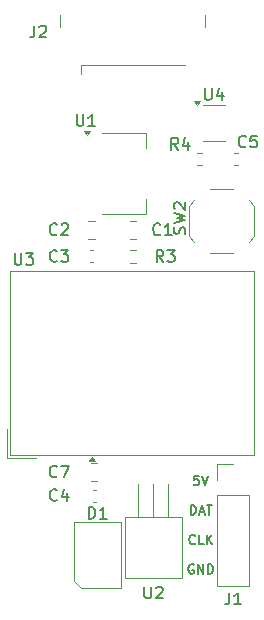
<source format=gbr>
%TF.GenerationSoftware,KiCad,Pcbnew,9.0.7*%
%TF.CreationDate,2026-01-14T01:24:10+01:00*%
%TF.ProjectId,pixel-led,70697865-6c2d-46c6-9564-2e6b69636164,1.2*%
%TF.SameCoordinates,Original*%
%TF.FileFunction,Legend,Top*%
%TF.FilePolarity,Positive*%
%FSLAX46Y46*%
G04 Gerber Fmt 4.6, Leading zero omitted, Abs format (unit mm)*
G04 Created by KiCad (PCBNEW 9.0.7) date 2026-01-14 01:24:10*
%MOMM*%
%LPD*%
G01*
G04 APERTURE LIST*
%ADD10C,0.150000*%
%ADD11C,0.120000*%
G04 APERTURE END LIST*
D10*
X104892857Y-82112295D02*
X104892857Y-81312295D01*
X104892857Y-81312295D02*
X105083333Y-81312295D01*
X105083333Y-81312295D02*
X105197619Y-81350390D01*
X105197619Y-81350390D02*
X105273809Y-81426580D01*
X105273809Y-81426580D02*
X105311904Y-81502771D01*
X105311904Y-81502771D02*
X105350000Y-81655152D01*
X105350000Y-81655152D02*
X105350000Y-81769438D01*
X105350000Y-81769438D02*
X105311904Y-81921819D01*
X105311904Y-81921819D02*
X105273809Y-81998009D01*
X105273809Y-81998009D02*
X105197619Y-82074200D01*
X105197619Y-82074200D02*
X105083333Y-82112295D01*
X105083333Y-82112295D02*
X104892857Y-82112295D01*
X105654761Y-81883723D02*
X106035714Y-81883723D01*
X105578571Y-82112295D02*
X105845238Y-81312295D01*
X105845238Y-81312295D02*
X106111904Y-82112295D01*
X106264285Y-81312295D02*
X106721428Y-81312295D01*
X106492856Y-82112295D02*
X106492856Y-81312295D01*
X105273810Y-84536104D02*
X105235714Y-84574200D01*
X105235714Y-84574200D02*
X105121429Y-84612295D01*
X105121429Y-84612295D02*
X105045238Y-84612295D01*
X105045238Y-84612295D02*
X104930952Y-84574200D01*
X104930952Y-84574200D02*
X104854762Y-84498009D01*
X104854762Y-84498009D02*
X104816667Y-84421819D01*
X104816667Y-84421819D02*
X104778571Y-84269438D01*
X104778571Y-84269438D02*
X104778571Y-84155152D01*
X104778571Y-84155152D02*
X104816667Y-84002771D01*
X104816667Y-84002771D02*
X104854762Y-83926580D01*
X104854762Y-83926580D02*
X104930952Y-83850390D01*
X104930952Y-83850390D02*
X105045238Y-83812295D01*
X105045238Y-83812295D02*
X105121429Y-83812295D01*
X105121429Y-83812295D02*
X105235714Y-83850390D01*
X105235714Y-83850390D02*
X105273810Y-83888485D01*
X105997619Y-84612295D02*
X105616667Y-84612295D01*
X105616667Y-84612295D02*
X105616667Y-83812295D01*
X106264286Y-84612295D02*
X106264286Y-83812295D01*
X106721429Y-84612295D02*
X106378571Y-84155152D01*
X106721429Y-83812295D02*
X106264286Y-84269438D01*
X105597619Y-78812295D02*
X105216667Y-78812295D01*
X105216667Y-78812295D02*
X105178571Y-79193247D01*
X105178571Y-79193247D02*
X105216667Y-79155152D01*
X105216667Y-79155152D02*
X105292857Y-79117057D01*
X105292857Y-79117057D02*
X105483333Y-79117057D01*
X105483333Y-79117057D02*
X105559524Y-79155152D01*
X105559524Y-79155152D02*
X105597619Y-79193247D01*
X105597619Y-79193247D02*
X105635714Y-79269438D01*
X105635714Y-79269438D02*
X105635714Y-79459914D01*
X105635714Y-79459914D02*
X105597619Y-79536104D01*
X105597619Y-79536104D02*
X105559524Y-79574200D01*
X105559524Y-79574200D02*
X105483333Y-79612295D01*
X105483333Y-79612295D02*
X105292857Y-79612295D01*
X105292857Y-79612295D02*
X105216667Y-79574200D01*
X105216667Y-79574200D02*
X105178571Y-79536104D01*
X105864286Y-78812295D02*
X106130953Y-79612295D01*
X106130953Y-79612295D02*
X106397619Y-78812295D01*
X105140476Y-86350390D02*
X105064286Y-86312295D01*
X105064286Y-86312295D02*
X104950000Y-86312295D01*
X104950000Y-86312295D02*
X104835714Y-86350390D01*
X104835714Y-86350390D02*
X104759524Y-86426580D01*
X104759524Y-86426580D02*
X104721429Y-86502771D01*
X104721429Y-86502771D02*
X104683333Y-86655152D01*
X104683333Y-86655152D02*
X104683333Y-86769438D01*
X104683333Y-86769438D02*
X104721429Y-86921819D01*
X104721429Y-86921819D02*
X104759524Y-86998009D01*
X104759524Y-86998009D02*
X104835714Y-87074200D01*
X104835714Y-87074200D02*
X104950000Y-87112295D01*
X104950000Y-87112295D02*
X105026191Y-87112295D01*
X105026191Y-87112295D02*
X105140476Y-87074200D01*
X105140476Y-87074200D02*
X105178572Y-87036104D01*
X105178572Y-87036104D02*
X105178572Y-86769438D01*
X105178572Y-86769438D02*
X105026191Y-86769438D01*
X105521429Y-87112295D02*
X105521429Y-86312295D01*
X105521429Y-86312295D02*
X105978572Y-87112295D01*
X105978572Y-87112295D02*
X105978572Y-86312295D01*
X106359524Y-87112295D02*
X106359524Y-86312295D01*
X106359524Y-86312295D02*
X106550000Y-86312295D01*
X106550000Y-86312295D02*
X106664286Y-86350390D01*
X106664286Y-86350390D02*
X106740476Y-86426580D01*
X106740476Y-86426580D02*
X106778571Y-86502771D01*
X106778571Y-86502771D02*
X106816667Y-86655152D01*
X106816667Y-86655152D02*
X106816667Y-86769438D01*
X106816667Y-86769438D02*
X106778571Y-86921819D01*
X106778571Y-86921819D02*
X106740476Y-86998009D01*
X106740476Y-86998009D02*
X106664286Y-87074200D01*
X106664286Y-87074200D02*
X106550000Y-87112295D01*
X106550000Y-87112295D02*
X106359524Y-87112295D01*
X103833333Y-51204819D02*
X103500000Y-50728628D01*
X103261905Y-51204819D02*
X103261905Y-50204819D01*
X103261905Y-50204819D02*
X103642857Y-50204819D01*
X103642857Y-50204819D02*
X103738095Y-50252438D01*
X103738095Y-50252438D02*
X103785714Y-50300057D01*
X103785714Y-50300057D02*
X103833333Y-50395295D01*
X103833333Y-50395295D02*
X103833333Y-50538152D01*
X103833333Y-50538152D02*
X103785714Y-50633390D01*
X103785714Y-50633390D02*
X103738095Y-50681009D01*
X103738095Y-50681009D02*
X103642857Y-50728628D01*
X103642857Y-50728628D02*
X103261905Y-50728628D01*
X104690476Y-50538152D02*
X104690476Y-51204819D01*
X104452381Y-50157200D02*
X104214286Y-50871485D01*
X104214286Y-50871485D02*
X104833333Y-50871485D01*
X102333333Y-58359580D02*
X102285714Y-58407200D01*
X102285714Y-58407200D02*
X102142857Y-58454819D01*
X102142857Y-58454819D02*
X102047619Y-58454819D01*
X102047619Y-58454819D02*
X101904762Y-58407200D01*
X101904762Y-58407200D02*
X101809524Y-58311961D01*
X101809524Y-58311961D02*
X101761905Y-58216723D01*
X101761905Y-58216723D02*
X101714286Y-58026247D01*
X101714286Y-58026247D02*
X101714286Y-57883390D01*
X101714286Y-57883390D02*
X101761905Y-57692914D01*
X101761905Y-57692914D02*
X101809524Y-57597676D01*
X101809524Y-57597676D02*
X101904762Y-57502438D01*
X101904762Y-57502438D02*
X102047619Y-57454819D01*
X102047619Y-57454819D02*
X102142857Y-57454819D01*
X102142857Y-57454819D02*
X102285714Y-57502438D01*
X102285714Y-57502438D02*
X102333333Y-57550057D01*
X103285714Y-58454819D02*
X102714286Y-58454819D01*
X103000000Y-58454819D02*
X103000000Y-57454819D01*
X103000000Y-57454819D02*
X102904762Y-57597676D01*
X102904762Y-57597676D02*
X102809524Y-57692914D01*
X102809524Y-57692914D02*
X102714286Y-57740533D01*
X102583333Y-60704819D02*
X102250000Y-60228628D01*
X102011905Y-60704819D02*
X102011905Y-59704819D01*
X102011905Y-59704819D02*
X102392857Y-59704819D01*
X102392857Y-59704819D02*
X102488095Y-59752438D01*
X102488095Y-59752438D02*
X102535714Y-59800057D01*
X102535714Y-59800057D02*
X102583333Y-59895295D01*
X102583333Y-59895295D02*
X102583333Y-60038152D01*
X102583333Y-60038152D02*
X102535714Y-60133390D01*
X102535714Y-60133390D02*
X102488095Y-60181009D01*
X102488095Y-60181009D02*
X102392857Y-60228628D01*
X102392857Y-60228628D02*
X102011905Y-60228628D01*
X102916667Y-59704819D02*
X103535714Y-59704819D01*
X103535714Y-59704819D02*
X103202381Y-60085771D01*
X103202381Y-60085771D02*
X103345238Y-60085771D01*
X103345238Y-60085771D02*
X103440476Y-60133390D01*
X103440476Y-60133390D02*
X103488095Y-60181009D01*
X103488095Y-60181009D02*
X103535714Y-60276247D01*
X103535714Y-60276247D02*
X103535714Y-60514342D01*
X103535714Y-60514342D02*
X103488095Y-60609580D01*
X103488095Y-60609580D02*
X103440476Y-60657200D01*
X103440476Y-60657200D02*
X103345238Y-60704819D01*
X103345238Y-60704819D02*
X103059524Y-60704819D01*
X103059524Y-60704819D02*
X102964286Y-60657200D01*
X102964286Y-60657200D02*
X102916667Y-60609580D01*
X96261905Y-82454819D02*
X96261905Y-81454819D01*
X96261905Y-81454819D02*
X96500000Y-81454819D01*
X96500000Y-81454819D02*
X96642857Y-81502438D01*
X96642857Y-81502438D02*
X96738095Y-81597676D01*
X96738095Y-81597676D02*
X96785714Y-81692914D01*
X96785714Y-81692914D02*
X96833333Y-81883390D01*
X96833333Y-81883390D02*
X96833333Y-82026247D01*
X96833333Y-82026247D02*
X96785714Y-82216723D01*
X96785714Y-82216723D02*
X96738095Y-82311961D01*
X96738095Y-82311961D02*
X96642857Y-82407200D01*
X96642857Y-82407200D02*
X96500000Y-82454819D01*
X96500000Y-82454819D02*
X96261905Y-82454819D01*
X97785714Y-82454819D02*
X97214286Y-82454819D01*
X97500000Y-82454819D02*
X97500000Y-81454819D01*
X97500000Y-81454819D02*
X97404762Y-81597676D01*
X97404762Y-81597676D02*
X97309524Y-81692914D01*
X97309524Y-81692914D02*
X97214286Y-81740533D01*
X108166666Y-88704819D02*
X108166666Y-89419104D01*
X108166666Y-89419104D02*
X108119047Y-89561961D01*
X108119047Y-89561961D02*
X108023809Y-89657200D01*
X108023809Y-89657200D02*
X107880952Y-89704819D01*
X107880952Y-89704819D02*
X107785714Y-89704819D01*
X109166666Y-89704819D02*
X108595238Y-89704819D01*
X108880952Y-89704819D02*
X108880952Y-88704819D01*
X108880952Y-88704819D02*
X108785714Y-88847676D01*
X108785714Y-88847676D02*
X108690476Y-88942914D01*
X108690476Y-88942914D02*
X108595238Y-88990533D01*
X95238095Y-48204819D02*
X95238095Y-49014342D01*
X95238095Y-49014342D02*
X95285714Y-49109580D01*
X95285714Y-49109580D02*
X95333333Y-49157200D01*
X95333333Y-49157200D02*
X95428571Y-49204819D01*
X95428571Y-49204819D02*
X95619047Y-49204819D01*
X95619047Y-49204819D02*
X95714285Y-49157200D01*
X95714285Y-49157200D02*
X95761904Y-49109580D01*
X95761904Y-49109580D02*
X95809523Y-49014342D01*
X95809523Y-49014342D02*
X95809523Y-48204819D01*
X96809523Y-49204819D02*
X96238095Y-49204819D01*
X96523809Y-49204819D02*
X96523809Y-48204819D01*
X96523809Y-48204819D02*
X96428571Y-48347676D01*
X96428571Y-48347676D02*
X96333333Y-48442914D01*
X96333333Y-48442914D02*
X96238095Y-48490533D01*
X93583333Y-80859580D02*
X93535714Y-80907200D01*
X93535714Y-80907200D02*
X93392857Y-80954819D01*
X93392857Y-80954819D02*
X93297619Y-80954819D01*
X93297619Y-80954819D02*
X93154762Y-80907200D01*
X93154762Y-80907200D02*
X93059524Y-80811961D01*
X93059524Y-80811961D02*
X93011905Y-80716723D01*
X93011905Y-80716723D02*
X92964286Y-80526247D01*
X92964286Y-80526247D02*
X92964286Y-80383390D01*
X92964286Y-80383390D02*
X93011905Y-80192914D01*
X93011905Y-80192914D02*
X93059524Y-80097676D01*
X93059524Y-80097676D02*
X93154762Y-80002438D01*
X93154762Y-80002438D02*
X93297619Y-79954819D01*
X93297619Y-79954819D02*
X93392857Y-79954819D01*
X93392857Y-79954819D02*
X93535714Y-80002438D01*
X93535714Y-80002438D02*
X93583333Y-80050057D01*
X94440476Y-80288152D02*
X94440476Y-80954819D01*
X94202381Y-79907200D02*
X93964286Y-80621485D01*
X93964286Y-80621485D02*
X94583333Y-80621485D01*
X109583333Y-50929580D02*
X109535714Y-50977200D01*
X109535714Y-50977200D02*
X109392857Y-51024819D01*
X109392857Y-51024819D02*
X109297619Y-51024819D01*
X109297619Y-51024819D02*
X109154762Y-50977200D01*
X109154762Y-50977200D02*
X109059524Y-50881961D01*
X109059524Y-50881961D02*
X109011905Y-50786723D01*
X109011905Y-50786723D02*
X108964286Y-50596247D01*
X108964286Y-50596247D02*
X108964286Y-50453390D01*
X108964286Y-50453390D02*
X109011905Y-50262914D01*
X109011905Y-50262914D02*
X109059524Y-50167676D01*
X109059524Y-50167676D02*
X109154762Y-50072438D01*
X109154762Y-50072438D02*
X109297619Y-50024819D01*
X109297619Y-50024819D02*
X109392857Y-50024819D01*
X109392857Y-50024819D02*
X109535714Y-50072438D01*
X109535714Y-50072438D02*
X109583333Y-50120057D01*
X110488095Y-50024819D02*
X110011905Y-50024819D01*
X110011905Y-50024819D02*
X109964286Y-50501009D01*
X109964286Y-50501009D02*
X110011905Y-50453390D01*
X110011905Y-50453390D02*
X110107143Y-50405771D01*
X110107143Y-50405771D02*
X110345238Y-50405771D01*
X110345238Y-50405771D02*
X110440476Y-50453390D01*
X110440476Y-50453390D02*
X110488095Y-50501009D01*
X110488095Y-50501009D02*
X110535714Y-50596247D01*
X110535714Y-50596247D02*
X110535714Y-50834342D01*
X110535714Y-50834342D02*
X110488095Y-50929580D01*
X110488095Y-50929580D02*
X110440476Y-50977200D01*
X110440476Y-50977200D02*
X110345238Y-51024819D01*
X110345238Y-51024819D02*
X110107143Y-51024819D01*
X110107143Y-51024819D02*
X110011905Y-50977200D01*
X110011905Y-50977200D02*
X109964286Y-50929580D01*
X106100595Y-46004819D02*
X106100595Y-46814342D01*
X106100595Y-46814342D02*
X106148214Y-46909580D01*
X106148214Y-46909580D02*
X106195833Y-46957200D01*
X106195833Y-46957200D02*
X106291071Y-47004819D01*
X106291071Y-47004819D02*
X106481547Y-47004819D01*
X106481547Y-47004819D02*
X106576785Y-46957200D01*
X106576785Y-46957200D02*
X106624404Y-46909580D01*
X106624404Y-46909580D02*
X106672023Y-46814342D01*
X106672023Y-46814342D02*
X106672023Y-46004819D01*
X107576785Y-46338152D02*
X107576785Y-47004819D01*
X107338690Y-45957200D02*
X107100595Y-46671485D01*
X107100595Y-46671485D02*
X107719642Y-46671485D01*
X100988095Y-88204819D02*
X100988095Y-89014342D01*
X100988095Y-89014342D02*
X101035714Y-89109580D01*
X101035714Y-89109580D02*
X101083333Y-89157200D01*
X101083333Y-89157200D02*
X101178571Y-89204819D01*
X101178571Y-89204819D02*
X101369047Y-89204819D01*
X101369047Y-89204819D02*
X101464285Y-89157200D01*
X101464285Y-89157200D02*
X101511904Y-89109580D01*
X101511904Y-89109580D02*
X101559523Y-89014342D01*
X101559523Y-89014342D02*
X101559523Y-88204819D01*
X101988095Y-88300057D02*
X102035714Y-88252438D01*
X102035714Y-88252438D02*
X102130952Y-88204819D01*
X102130952Y-88204819D02*
X102369047Y-88204819D01*
X102369047Y-88204819D02*
X102464285Y-88252438D01*
X102464285Y-88252438D02*
X102511904Y-88300057D01*
X102511904Y-88300057D02*
X102559523Y-88395295D01*
X102559523Y-88395295D02*
X102559523Y-88490533D01*
X102559523Y-88490533D02*
X102511904Y-88633390D01*
X102511904Y-88633390D02*
X101940476Y-89204819D01*
X101940476Y-89204819D02*
X102559523Y-89204819D01*
X89988095Y-59954819D02*
X89988095Y-60764342D01*
X89988095Y-60764342D02*
X90035714Y-60859580D01*
X90035714Y-60859580D02*
X90083333Y-60907200D01*
X90083333Y-60907200D02*
X90178571Y-60954819D01*
X90178571Y-60954819D02*
X90369047Y-60954819D01*
X90369047Y-60954819D02*
X90464285Y-60907200D01*
X90464285Y-60907200D02*
X90511904Y-60859580D01*
X90511904Y-60859580D02*
X90559523Y-60764342D01*
X90559523Y-60764342D02*
X90559523Y-59954819D01*
X90940476Y-59954819D02*
X91559523Y-59954819D01*
X91559523Y-59954819D02*
X91226190Y-60335771D01*
X91226190Y-60335771D02*
X91369047Y-60335771D01*
X91369047Y-60335771D02*
X91464285Y-60383390D01*
X91464285Y-60383390D02*
X91511904Y-60431009D01*
X91511904Y-60431009D02*
X91559523Y-60526247D01*
X91559523Y-60526247D02*
X91559523Y-60764342D01*
X91559523Y-60764342D02*
X91511904Y-60859580D01*
X91511904Y-60859580D02*
X91464285Y-60907200D01*
X91464285Y-60907200D02*
X91369047Y-60954819D01*
X91369047Y-60954819D02*
X91083333Y-60954819D01*
X91083333Y-60954819D02*
X90988095Y-60907200D01*
X90988095Y-60907200D02*
X90940476Y-60859580D01*
X91666666Y-40704819D02*
X91666666Y-41419104D01*
X91666666Y-41419104D02*
X91619047Y-41561961D01*
X91619047Y-41561961D02*
X91523809Y-41657200D01*
X91523809Y-41657200D02*
X91380952Y-41704819D01*
X91380952Y-41704819D02*
X91285714Y-41704819D01*
X92095238Y-40800057D02*
X92142857Y-40752438D01*
X92142857Y-40752438D02*
X92238095Y-40704819D01*
X92238095Y-40704819D02*
X92476190Y-40704819D01*
X92476190Y-40704819D02*
X92571428Y-40752438D01*
X92571428Y-40752438D02*
X92619047Y-40800057D01*
X92619047Y-40800057D02*
X92666666Y-40895295D01*
X92666666Y-40895295D02*
X92666666Y-40990533D01*
X92666666Y-40990533D02*
X92619047Y-41133390D01*
X92619047Y-41133390D02*
X92047619Y-41704819D01*
X92047619Y-41704819D02*
X92666666Y-41704819D01*
X104407200Y-58333332D02*
X104454819Y-58190475D01*
X104454819Y-58190475D02*
X104454819Y-57952380D01*
X104454819Y-57952380D02*
X104407200Y-57857142D01*
X104407200Y-57857142D02*
X104359580Y-57809523D01*
X104359580Y-57809523D02*
X104264342Y-57761904D01*
X104264342Y-57761904D02*
X104169104Y-57761904D01*
X104169104Y-57761904D02*
X104073866Y-57809523D01*
X104073866Y-57809523D02*
X104026247Y-57857142D01*
X104026247Y-57857142D02*
X103978628Y-57952380D01*
X103978628Y-57952380D02*
X103931009Y-58142856D01*
X103931009Y-58142856D02*
X103883390Y-58238094D01*
X103883390Y-58238094D02*
X103835771Y-58285713D01*
X103835771Y-58285713D02*
X103740533Y-58333332D01*
X103740533Y-58333332D02*
X103645295Y-58333332D01*
X103645295Y-58333332D02*
X103550057Y-58285713D01*
X103550057Y-58285713D02*
X103502438Y-58238094D01*
X103502438Y-58238094D02*
X103454819Y-58142856D01*
X103454819Y-58142856D02*
X103454819Y-57904761D01*
X103454819Y-57904761D02*
X103502438Y-57761904D01*
X103454819Y-57428570D02*
X104454819Y-57190475D01*
X104454819Y-57190475D02*
X103740533Y-56999999D01*
X103740533Y-56999999D02*
X104454819Y-56809523D01*
X104454819Y-56809523D02*
X103454819Y-56571428D01*
X103550057Y-56238094D02*
X103502438Y-56190475D01*
X103502438Y-56190475D02*
X103454819Y-56095237D01*
X103454819Y-56095237D02*
X103454819Y-55857142D01*
X103454819Y-55857142D02*
X103502438Y-55761904D01*
X103502438Y-55761904D02*
X103550057Y-55714285D01*
X103550057Y-55714285D02*
X103645295Y-55666666D01*
X103645295Y-55666666D02*
X103740533Y-55666666D01*
X103740533Y-55666666D02*
X103883390Y-55714285D01*
X103883390Y-55714285D02*
X104454819Y-56285713D01*
X104454819Y-56285713D02*
X104454819Y-55666666D01*
X93583333Y-78859580D02*
X93535714Y-78907200D01*
X93535714Y-78907200D02*
X93392857Y-78954819D01*
X93392857Y-78954819D02*
X93297619Y-78954819D01*
X93297619Y-78954819D02*
X93154762Y-78907200D01*
X93154762Y-78907200D02*
X93059524Y-78811961D01*
X93059524Y-78811961D02*
X93011905Y-78716723D01*
X93011905Y-78716723D02*
X92964286Y-78526247D01*
X92964286Y-78526247D02*
X92964286Y-78383390D01*
X92964286Y-78383390D02*
X93011905Y-78192914D01*
X93011905Y-78192914D02*
X93059524Y-78097676D01*
X93059524Y-78097676D02*
X93154762Y-78002438D01*
X93154762Y-78002438D02*
X93297619Y-77954819D01*
X93297619Y-77954819D02*
X93392857Y-77954819D01*
X93392857Y-77954819D02*
X93535714Y-78002438D01*
X93535714Y-78002438D02*
X93583333Y-78050057D01*
X93916667Y-77954819D02*
X94583333Y-77954819D01*
X94583333Y-77954819D02*
X94154762Y-78954819D01*
X93583333Y-60609580D02*
X93535714Y-60657200D01*
X93535714Y-60657200D02*
X93392857Y-60704819D01*
X93392857Y-60704819D02*
X93297619Y-60704819D01*
X93297619Y-60704819D02*
X93154762Y-60657200D01*
X93154762Y-60657200D02*
X93059524Y-60561961D01*
X93059524Y-60561961D02*
X93011905Y-60466723D01*
X93011905Y-60466723D02*
X92964286Y-60276247D01*
X92964286Y-60276247D02*
X92964286Y-60133390D01*
X92964286Y-60133390D02*
X93011905Y-59942914D01*
X93011905Y-59942914D02*
X93059524Y-59847676D01*
X93059524Y-59847676D02*
X93154762Y-59752438D01*
X93154762Y-59752438D02*
X93297619Y-59704819D01*
X93297619Y-59704819D02*
X93392857Y-59704819D01*
X93392857Y-59704819D02*
X93535714Y-59752438D01*
X93535714Y-59752438D02*
X93583333Y-59800057D01*
X93916667Y-59704819D02*
X94535714Y-59704819D01*
X94535714Y-59704819D02*
X94202381Y-60085771D01*
X94202381Y-60085771D02*
X94345238Y-60085771D01*
X94345238Y-60085771D02*
X94440476Y-60133390D01*
X94440476Y-60133390D02*
X94488095Y-60181009D01*
X94488095Y-60181009D02*
X94535714Y-60276247D01*
X94535714Y-60276247D02*
X94535714Y-60514342D01*
X94535714Y-60514342D02*
X94488095Y-60609580D01*
X94488095Y-60609580D02*
X94440476Y-60657200D01*
X94440476Y-60657200D02*
X94345238Y-60704819D01*
X94345238Y-60704819D02*
X94059524Y-60704819D01*
X94059524Y-60704819D02*
X93964286Y-60657200D01*
X93964286Y-60657200D02*
X93916667Y-60609580D01*
X93583333Y-58359580D02*
X93535714Y-58407200D01*
X93535714Y-58407200D02*
X93392857Y-58454819D01*
X93392857Y-58454819D02*
X93297619Y-58454819D01*
X93297619Y-58454819D02*
X93154762Y-58407200D01*
X93154762Y-58407200D02*
X93059524Y-58311961D01*
X93059524Y-58311961D02*
X93011905Y-58216723D01*
X93011905Y-58216723D02*
X92964286Y-58026247D01*
X92964286Y-58026247D02*
X92964286Y-57883390D01*
X92964286Y-57883390D02*
X93011905Y-57692914D01*
X93011905Y-57692914D02*
X93059524Y-57597676D01*
X93059524Y-57597676D02*
X93154762Y-57502438D01*
X93154762Y-57502438D02*
X93297619Y-57454819D01*
X93297619Y-57454819D02*
X93392857Y-57454819D01*
X93392857Y-57454819D02*
X93535714Y-57502438D01*
X93535714Y-57502438D02*
X93583333Y-57550057D01*
X93964286Y-57550057D02*
X94011905Y-57502438D01*
X94011905Y-57502438D02*
X94107143Y-57454819D01*
X94107143Y-57454819D02*
X94345238Y-57454819D01*
X94345238Y-57454819D02*
X94440476Y-57502438D01*
X94440476Y-57502438D02*
X94488095Y-57550057D01*
X94488095Y-57550057D02*
X94535714Y-57645295D01*
X94535714Y-57645295D02*
X94535714Y-57740533D01*
X94535714Y-57740533D02*
X94488095Y-57883390D01*
X94488095Y-57883390D02*
X93916667Y-58454819D01*
X93916667Y-58454819D02*
X94535714Y-58454819D01*
D11*
%TO.C,R4*%
X105426742Y-51477500D02*
X105901258Y-51477500D01*
X105426742Y-52522500D02*
X105901258Y-52522500D01*
%TO.C,C1*%
X100311252Y-57265000D02*
X99788748Y-57265000D01*
X100311252Y-58735000D02*
X99788748Y-58735000D01*
%TO.C,R3*%
X100254724Y-59727500D02*
X99745276Y-59727500D01*
X100254724Y-60772500D02*
X99745276Y-60772500D01*
%TO.C,D1*%
X95000000Y-82700000D02*
X95000000Y-87700000D01*
X95600000Y-88300000D02*
X95000000Y-87700000D01*
X95600000Y-88300000D02*
X99000000Y-88300000D01*
X99000000Y-82700000D02*
X95000000Y-82700000D01*
X99000000Y-82700000D02*
X99000000Y-88300000D01*
%TO.C,J1*%
X107120000Y-77810000D02*
X108500000Y-77810000D01*
X107120000Y-79190000D02*
X107120000Y-77810000D01*
X107120000Y-80460000D02*
X107120000Y-88190000D01*
X107120000Y-80460000D02*
X109880000Y-80460000D01*
X107120000Y-88190000D02*
X109880000Y-88190000D01*
X109880000Y-80460000D02*
X109880000Y-88190000D01*
%TO.C,U1*%
X97400000Y-49840000D02*
X101160000Y-49840000D01*
X97400000Y-56660000D02*
X101160000Y-56660000D01*
X101160000Y-49840000D02*
X101160000Y-51100000D01*
X101160000Y-56660000D02*
X101160000Y-55400000D01*
X96120000Y-49940000D02*
X95880000Y-49610000D01*
X96360000Y-49610000D01*
X96120000Y-49940000D01*
G36*
X96120000Y-49940000D02*
G01*
X95880000Y-49610000D01*
X96360000Y-49610000D01*
X96120000Y-49940000D01*
G37*
%TO.C,C4*%
X96896267Y-79990000D02*
X96603733Y-79990000D01*
X96896267Y-81010000D02*
X96603733Y-81010000D01*
%TO.C,C5*%
X108609420Y-51490000D02*
X108890580Y-51490000D01*
X108609420Y-52510000D02*
X108890580Y-52510000D01*
%TO.C,U4*%
X105952500Y-47390000D02*
X107772500Y-47390000D01*
X105952500Y-47440000D02*
X105952500Y-47390000D01*
X105952500Y-50510000D02*
X105952500Y-50460000D01*
X107772500Y-47390000D02*
X107772500Y-47440000D01*
X107772500Y-50460000D02*
X107772500Y-50510000D01*
X107772500Y-50510000D02*
X105952500Y-50510000D01*
X105412500Y-47440000D02*
X105172500Y-47110000D01*
X105652500Y-47110000D01*
X105412500Y-47440000D01*
G36*
X105412500Y-47440000D02*
G01*
X105172500Y-47110000D01*
X105652500Y-47110000D01*
X105412500Y-47440000D01*
G37*
%TO.C,U2*%
X99350000Y-82310000D02*
X99350000Y-87500000D01*
X99350000Y-87500000D02*
X104150000Y-87500000D01*
X100480000Y-79520000D02*
X100480000Y-82310000D01*
X101750000Y-79520000D02*
X101750000Y-82310000D01*
X103020000Y-79520000D02*
X103020000Y-82310000D01*
X104150000Y-82310000D02*
X99350000Y-82310000D01*
X104150000Y-87500000D02*
X104150000Y-82310000D01*
%TO.C,U3*%
X89350000Y-77325000D02*
X89350000Y-74875000D01*
X89350000Y-77325000D02*
X91800000Y-77325000D01*
X89600000Y-61450000D02*
X110300000Y-61450000D01*
X89600000Y-77050000D02*
X89600000Y-61450000D01*
X110300000Y-61450000D02*
X110300000Y-77050000D01*
X110300000Y-77050000D02*
X89600000Y-77050000D01*
X96790000Y-77561000D02*
X96310000Y-77561000D01*
X96550000Y-77225000D01*
X96790000Y-77561000D01*
G36*
X96790000Y-77561000D02*
G01*
X96310000Y-77561000D01*
X96550000Y-77225000D01*
X96790000Y-77561000D01*
G37*
%TO.C,J2*%
X93855000Y-40850000D02*
X93855000Y-39800000D01*
X95600000Y-44020000D02*
X95600000Y-44775000D01*
X95600000Y-44020000D02*
X104400000Y-44020000D01*
X106145000Y-40850000D02*
X106145000Y-39800000D01*
%TO.C,SW2*%
X104750000Y-58550000D02*
X104750000Y-55950000D01*
X105200000Y-55500000D02*
X104750000Y-55950000D01*
X105200000Y-59000000D02*
X104750000Y-58550000D01*
X106500000Y-54500000D02*
X108500000Y-54500000D01*
X106500000Y-60000000D02*
X108500000Y-60000000D01*
X109800000Y-55500000D02*
X110250000Y-55950000D01*
X109800000Y-59000000D02*
X110250000Y-58550000D01*
X110250000Y-58550000D02*
X110250000Y-55950000D01*
%TO.C,C7*%
X97011252Y-77765000D02*
X96488748Y-77765000D01*
X97011252Y-79235000D02*
X96488748Y-79235000D01*
%TO.C,C3*%
X96646267Y-59740000D02*
X96353733Y-59740000D01*
X96646267Y-60760000D02*
X96353733Y-60760000D01*
%TO.C,C2*%
X96238748Y-57265000D02*
X96761252Y-57265000D01*
X96238748Y-58735000D02*
X96761252Y-58735000D01*
%TD*%
M02*

</source>
